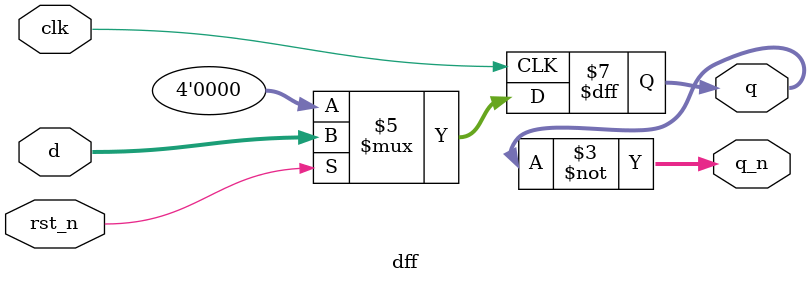
<source format=v>
module dff #( parameter WIDTH=4 ) (
  input clk, rst_n,
  input [WIDTH-1:0] d,
  output reg [WIDTH-1:0] q,
  output [WIDTH-1:0] q_n
);

  always @( posedge clk )
    if( !rst_n )
      q <= 0;
    else
      q <= d;

  assign q_n = ~q;

endmodule

</source>
